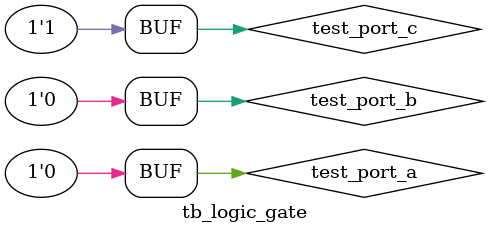
<source format=v>
`timescale 1ns / 1ps
   
module tb_logic_gate();

//信号源，输入的信号
reg         test_port_a         ;
reg         test_port_b         ;
reg         test_port_c         ;
            
//          
wire        test_rslt_e         ;
wire        test_rslt_f         ;
wire        test_rslt_g         ;
wire        test_rslt_h         ;




// initial 从0时刻开始，且执行一次
initial begin
    test_port_a=0;
    #10;
    test_port_a=1;
    #20
    test_port_a=0;
end

initial begin
    test_port_b=0;
    #20;
    test_port_b=1;
    #20
    test_port_b=0;
end
initial begin
    test_port_c=0;
    #10;
    test_port_c=1;
    #10
    test_port_c=0;
    #10
    test_port_c=1;
end



logic_gate logic_gate_inst(
    .port_a (test_port_a      )    ,
    .port_b (test_port_b      )    ,
    .port_c (test_port_c      )    ,
    .rslt_e (test_rslt_e      )    ,
    .rslt_f (test_rslt_f      )    ,
    .rslt_g (test_rslt_g      )    ,
    .rslt_h (test_rslt_h      )
    
);

endmodule 
</source>
